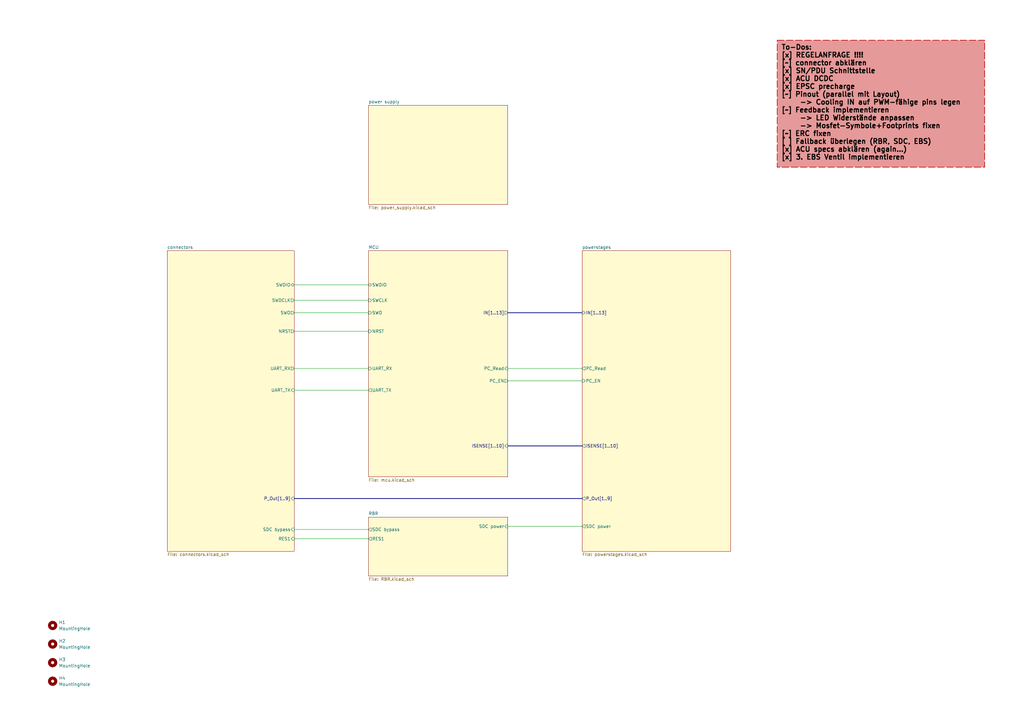
<source format=kicad_sch>
(kicad_sch (version 20231120) (generator "eeschema") (generator_version "8.0")
  (paper "A3")
  (title_block (title "PDU FT25") (date "2024-11-23") (rev "V1.1") (company "Janek Herm") (comment 1 "FaSTTUBe Electronics"))
  (lib_symbols
    (symbol "Mechanical:MountingHole" (pin_names (offset 1.016))
      (property "Reference" "H" (at 0 5.08 0))
      (property "Value" "MountingHole" (at 0 3.175 0))
      (symbol "MountingHole_0_1"
        (circle (center 0 0) (radius 1.27) (stroke (width 1.27)))
      )
    )
  )
  (wire (pts (xy 208.28 215.9) (xy 238.76 215.9)))
  (wire (pts (xy 120.65 160.02) (xy 151.13 160.02)))
  (wire (pts (xy 120.65 220.98) (xy 151.13 220.98)))
  (bus (pts (xy 208.28 128.27) (xy 238.76 128.27)))
  (wire (pts (xy 208.28 156.21) (xy 238.76 156.21)))
  (wire (pts (xy 120.65 135.89) (xy 151.13 135.89)))
  (wire (pts (xy 120.65 116.84) (xy 151.13 116.84)))
  (wire (pts (xy 120.65 123.19) (xy 151.13 123.19)))
  (bus (pts (xy 208.28 182.88) (xy 238.76 182.88)))
  (wire (pts (xy 120.65 151.13) (xy 151.13 151.13)))
  (wire (pts (xy 120.65 128.27) (xy 151.13 128.27)))
  (wire (pts (xy 208.28 151.13) (xy 238.76 151.13)))
  (wire (pts (xy 151.13 217.17) (xy 120.65 217.17)))
  (bus (pts (xy 120.65 204.47) (xy 238.76 204.47)))
  (text_box "To-Dos:\n[x] REGELANFRAGE !!!!\n[~] connector abklären\n[x] SN/PDU Schnittstelle\n[x] ACU DCDC\n[x] EPSC precharge\n[~] Pinout (parallel mit Layout)\n	-> Cooling IN auf PWM-fähige pins legen\n[~] Feedback implementieren\n	-> LED Widerstände anpassen\n	-> Mosfet-Symbole+Footprints fixen\n[~] ERC fixen\n[ ] Fallback überlegen (RBR, SDC, EBS)\n[x] ACU specs abklären (again...)\n[x] 3. EBS Ventil implementieren" (at 318.77 16.51 0) (size 85.09 52.07) (stroke (width 0.25) (type dash) (color 194 0 0 1)) (fill (type color) (color 194 0 0 0.4)) (effects (font (size 2 2) (thickness 0.4) (bold yes)) (justify left top)))
  (symbol (lib_id "Mechanical:MountingHole") (at 21.59 271.78 0) (unit 1)
    (property "Reference" "H3" (at 24.13 270.5099 0) (effects (justify left)))
    (property "Value" "MountingHole" (at 24.13 273.0499 0) (effects (justify left)))
    (property "Footprint" "MountingHole:MountingHole_4.3mm_M4" (effects (hide yes)))
  )
  (symbol (lib_id "Mechanical:MountingHole") (at 21.59 279.4 0) (unit 1)
    (property "Reference" "H4" (at 24.13 278.1299 0) (effects (justify left)))
    (property "Value" "MountingHole" (at 24.13 280.6699 0) (effects (justify left)))
    (property "Footprint" "MountingHole:MountingHole_4.3mm_M4" (effects (hide yes)))
  )
  (symbol (lib_id "Mechanical:MountingHole") (at 21.59 264.16 0) (unit 1)
    (property "Reference" "H2" (at 24.13 262.8899 0) (effects (justify left)))
    (property "Value" "MountingHole" (at 24.13 265.4299 0) (effects (justify left)))
    (property "Footprint" "MountingHole:MountingHole_4.3mm_M4" (effects (hide yes)))
  )
  (symbol (lib_id "Mechanical:MountingHole") (at 21.59 256.54 0) (unit 1)
    (property "Reference" "H1" (at 24.13 255.2699 0) (effects (justify left)))
    (property "Value" "MountingHole" (at 24.13 257.8099 0) (effects (justify left)))
    (property "Footprint" "MountingHole:MountingHole_4.3mm_M4" (effects (hide yes)))
  )
  (sheet (at 151.13 102.87) (size 57.15 92.71) (stroke (width 0.1524)) (fill (color 255 250 208 1.0000))
    (property "Sheetname" "MCU" (at 151.13 102.1584 0) (effects (justify left bottom)))
    (property "Sheetfile" "mcu.kicad_sch" (at 151.13 196.1646 0) (effects (justify left top)))
    (pin "NRST" input (at 151.13 135.89 180))
    (pin "UART_TX" output (at 151.13 160.02 180))
    (pin "UART_RX" input (at 151.13 151.13 180))
    (pin "SWCLK" input (at 151.13 123.19 180))
    (pin "SWDIO" bidirectional (at 151.13 116.84 180))
    (pin "ISENSE[1..10]" input (at 208.28 182.88 0))
    (pin "PC_EN" output (at 208.28 156.21 0))
    (pin "PC_Read" input (at 208.28 151.13 0))
    (pin "IN[1..13]" output (at 208.28 128.27 0))
    (pin "SWO" input (at 151.13 128.27 180))
  )
  (sheet (at 151.13 43.18) (size 57.15 40.64) (stroke (width 0.1524)) (fill (color 255 250 208 1.0000))
    (property "Sheetname" "power supply" (at 151.13 42.4684 0) (effects (justify left bottom)))
    (property "Sheetfile" "power_supply.kicad_sch" (at 151.13 84.4046 0) (effects (justify left top)))
  )
  (sheet (at 238.76 102.87) (size 60.96 123.19) (stroke (width 0.1524)) (fill (color 255 250 208 1.0000))
    (property "Sheetname" "powerstages" (at 238.76 102.1584 0) (effects (justify left bottom)))
    (property "Sheetfile" "powerstages.kicad_sch" (at 238.76 226.6446 0) (effects (justify left top)))
    (pin "ISENSE[1..10]" output (at 238.76 182.88 180))
    (pin "P_Out[1..9]" output (at 238.76 204.47 180))
    (pin "PC_EN" input (at 238.76 156.21 180))
    (pin "SDC power" output (at 238.76 215.9 180))
    (pin "PC_Read" output (at 238.76 151.13 180))
    (pin "IN[1..13]" input (at 238.76 128.27 180))
  )
  (sheet (at 151.13 212.09) (size 57.15 24.13) (stroke (width 0.1524)) (fill (color 255 250 208 1.0000))
    (property "Sheetname" "RBR" (at 151.13 211.3784 0) (effects (justify left bottom)))
    (property "Sheetfile" "RBR.kicad_sch" (at 151.13 236.8046 0) (effects (justify left top)))
    (pin "SDC power" input (at 208.28 215.9 0))
    (pin "SDC bypass" output (at 151.13 217.17 180))
    (pin "RES1" output (at 151.13 220.98 180))
  )
  (sheet (at 68.58 102.87) (size 52.07 123.19) (stroke (width 0.1524)) (fill (color 255 250 208 1.0000))
    (property "Sheetname" "connectors" (at 68.58 102.1584 0) (effects (justify left bottom)))
    (property "Sheetfile" "connectors.kicad_sch" (at 68.58 226.6446 0) (effects (justify left top)))
    (pin "UART_TX" input (at 120.65 160.02 0))
    (pin "UART_RX" output (at 120.65 151.13 0))
    (pin "NRST" output (at 120.65 135.89 0))
    (pin "SWDCLK" output (at 120.65 123.19 0))
    (pin "SWDIO" bidirectional (at 120.65 116.84 0))
    (pin "P_Out[1..9]" input (at 120.65 204.47 0))
    (pin "RES1" input (at 120.65 220.98 0))
    (pin "SDC bypass" input (at 120.65 217.17 0))
    (pin "SWO" output (at 120.65 128.27 0))
  )
)
</source>
